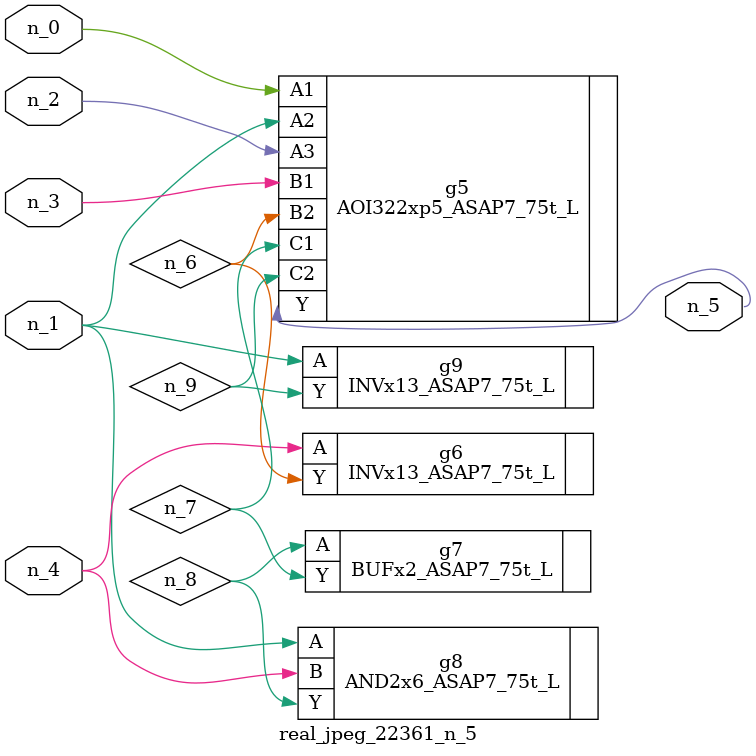
<source format=v>
module real_jpeg_22361_n_5 (n_4, n_0, n_1, n_2, n_3, n_5);

input n_4;
input n_0;
input n_1;
input n_2;
input n_3;

output n_5;

wire n_8;
wire n_6;
wire n_7;
wire n_9;

AOI322xp5_ASAP7_75t_L g5 ( 
.A1(n_0),
.A2(n_1),
.A3(n_2),
.B1(n_3),
.B2(n_6),
.C1(n_7),
.C2(n_9),
.Y(n_5)
);

AND2x6_ASAP7_75t_L g8 ( 
.A(n_1),
.B(n_4),
.Y(n_8)
);

INVx13_ASAP7_75t_L g9 ( 
.A(n_1),
.Y(n_9)
);

INVx13_ASAP7_75t_L g6 ( 
.A(n_4),
.Y(n_6)
);

BUFx2_ASAP7_75t_L g7 ( 
.A(n_8),
.Y(n_7)
);


endmodule
</source>
